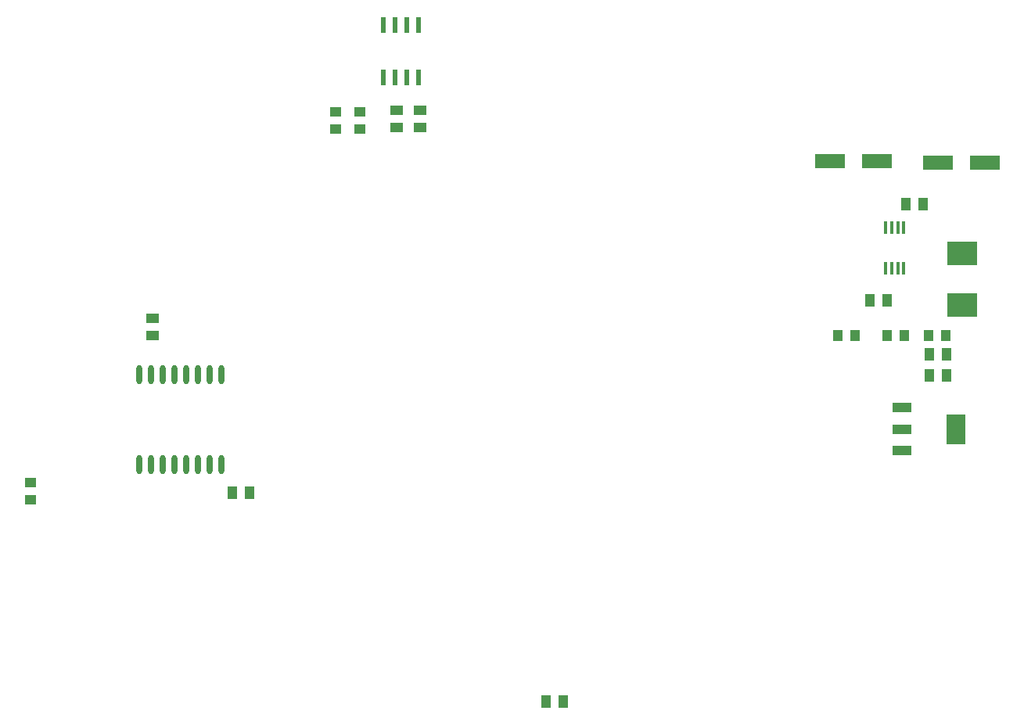
<source format=gbr>
%TF.GenerationSoftware,Altium Limited,Altium Designer,19.1.8 (144)*%
G04 Layer_Color=8421504*
%FSLAX26Y26*%
%MOIN*%
%TF.FileFunction,Paste,Top*%
%TF.Part,Single*%
G01*
G75*
%TA.AperFunction,SMDPad,CuDef*%
%ADD10R,0.125984X0.062992*%
%ADD11R,0.017716X0.057087*%
%ADD12R,0.084646X0.039370*%
%ADD13R,0.084646X0.127953*%
%ADD14R,0.051181X0.041339*%
%ADD15O,0.025591X0.082677*%
%ADD16R,0.023622X0.068898*%
%ADD17R,0.041339X0.051181*%
%ADD18R,0.127953X0.098425*%
%ADD19R,0.055118X0.041339*%
%ADD20R,0.041339X0.055118*%
D10*
X3836000Y2393000D02*
D03*
X4036787D02*
D03*
X4497787Y2386000D02*
D03*
X4297000D02*
D03*
D11*
X4074409Y2110001D02*
D03*
X4100000D02*
D03*
X4125590D02*
D03*
X4151181D02*
D03*
Y1936773D02*
D03*
X4125590D02*
D03*
X4100000D02*
D03*
X4074409D02*
D03*
D12*
X4144842Y1340551D02*
D03*
Y1250000D02*
D03*
Y1159449D02*
D03*
D13*
X4375158Y1250000D02*
D03*
D14*
X1835000Y2602835D02*
D03*
Y2530000D02*
D03*
X1730000Y2529999D02*
D03*
Y2602834D02*
D03*
X430001Y950000D02*
D03*
Y1022835D02*
D03*
D15*
X895000Y1099055D02*
D03*
X945000D02*
D03*
X995000D02*
D03*
X1045000D02*
D03*
X1095000D02*
D03*
X1145000D02*
D03*
X1195000D02*
D03*
X1245000D02*
D03*
X895000Y1480945D02*
D03*
X945000D02*
D03*
X995000D02*
D03*
X1045000D02*
D03*
X1095000D02*
D03*
X1145000D02*
D03*
X1195000D02*
D03*
X1245000D02*
D03*
D16*
X2085000Y2971220D02*
D03*
X2035000D02*
D03*
X1985000D02*
D03*
X1935000D02*
D03*
X2085000Y2748780D02*
D03*
X2035000D02*
D03*
X1985000D02*
D03*
X1935000D02*
D03*
D17*
X4080000Y1650000D02*
D03*
X4152835D02*
D03*
X3870000Y1650001D02*
D03*
X3942834D02*
D03*
X4257166Y1649999D02*
D03*
X4330001D02*
D03*
D18*
X4400000Y1779527D02*
D03*
Y2000000D02*
D03*
D19*
X950000Y1722835D02*
D03*
Y1650000D02*
D03*
X2090001Y2537166D02*
D03*
Y2610001D02*
D03*
X1990001Y2537165D02*
D03*
Y2610000D02*
D03*
D20*
X1290000Y980001D02*
D03*
X1362835D02*
D03*
X2627165Y89999D02*
D03*
X2699999D02*
D03*
X4232835Y2210001D02*
D03*
X4160000D02*
D03*
X4332835Y1569999D02*
D03*
X4260000D02*
D03*
X4332834Y1479999D02*
D03*
X4259999D02*
D03*
X4007166Y1800001D02*
D03*
X4080001D02*
D03*
%TF.MD5,0d1aada80f909ccd2724d33a282efb7b*%
M02*

</source>
